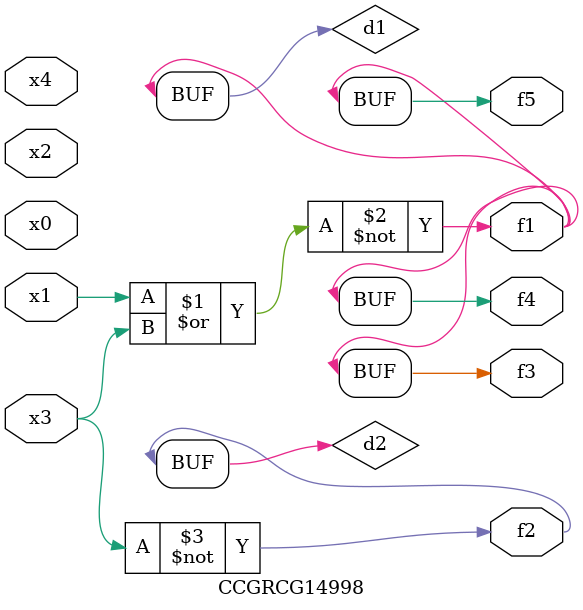
<source format=v>
module CCGRCG14998(
	input x0, x1, x2, x3, x4,
	output f1, f2, f3, f4, f5
);

	wire d1, d2;

	nor (d1, x1, x3);
	not (d2, x3);
	assign f1 = d1;
	assign f2 = d2;
	assign f3 = d1;
	assign f4 = d1;
	assign f5 = d1;
endmodule

</source>
